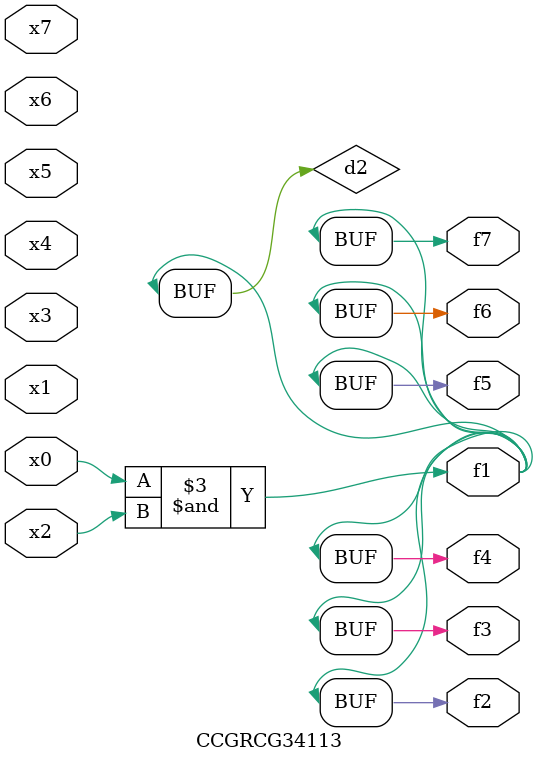
<source format=v>
module CCGRCG34113(
	input x0, x1, x2, x3, x4, x5, x6, x7,
	output f1, f2, f3, f4, f5, f6, f7
);

	wire d1, d2;

	nor (d1, x3, x6);
	and (d2, x0, x2);
	assign f1 = d2;
	assign f2 = d2;
	assign f3 = d2;
	assign f4 = d2;
	assign f5 = d2;
	assign f6 = d2;
	assign f7 = d2;
endmodule

</source>
